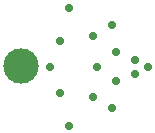
<source format=gbr>
%TF.GenerationSoftware,KiCad,Pcbnew,(5.1.4)-1*%
%TF.CreationDate,2023-02-08T11:14:36+00:00*%
%TF.ProjectId,MountBoard_0.35_0.4,4d6f756e-7442-46f6-9172-645f302e3335,rev?*%
%TF.SameCoordinates,Original*%
%TF.FileFunction,Soldermask,Top*%
%TF.FilePolarity,Negative*%
%FSLAX46Y46*%
G04 Gerber Fmt 4.6, Leading zero omitted, Abs format (unit mm)*
G04 Created by KiCad (PCBNEW (5.1.4)-1) date 2023-02-08 11:14:36*
%MOMM*%
%LPD*%
G04 APERTURE LIST*
%ADD10C,3.000000*%
%ADD11C,0.700000*%
G04 APERTURE END LIST*
D10*
%TO.C,GND*%
X-6436360Y76200D03*
%TD*%
D11*
X0Y0D03*
X-4000000Y0D03*
X4250000Y0D03*
X3200000Y600000D03*
X1600000Y1200000D03*
X1200000Y3500000D03*
X-400000Y2600000D03*
X-2400000Y5000000D03*
X-3200000Y2200000D03*
X1600000Y-1200000D03*
X-400000Y-2600000D03*
X1200000Y-3500000D03*
X3200000Y-600000D03*
X-2400000Y-5000000D03*
X-3200000Y-2200000D03*
M02*

</source>
